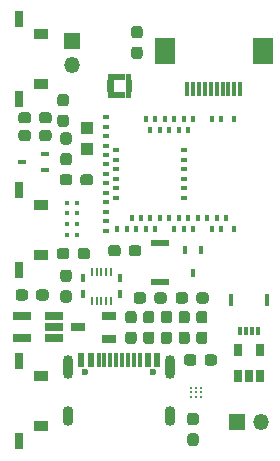
<source format=gbr>
%TF.GenerationSoftware,KiCad,Pcbnew,(5.99.0-2309-gaf729d578)*%
%TF.CreationDate,2020-08-23T06:16:54-04:00*%
%TF.ProjectId,mk2,6d6b322e-6b69-4636-9164-5f7063625858,rev?*%
%TF.SameCoordinates,Original*%
%TF.FileFunction,Soldermask,Top*%
%TF.FilePolarity,Negative*%
%FSLAX46Y46*%
G04 Gerber Fmt 4.6, Leading zero omitted, Abs format (unit mm)*
G04 Created by KiCad (PCBNEW (5.99.0-2309-gaf729d578)) date 2020-08-23 06:16:54*
%MOMM*%
%LPD*%
G01*
G04 APERTURE LIST*
%ADD10C,0.010000*%
%ADD11O,1.350000X1.350000*%
%ADD12R,1.350000X1.350000*%
%ADD13R,0.300000X1.000000*%
%ADD14R,0.300000X0.700000*%
%ADD15R,0.450000X0.655000*%
%ADD16R,0.230000X0.750000*%
%ADD17R,0.420000X0.400000*%
%ADD18C,0.229500*%
%ADD19R,0.300000X1.300000*%
%ADD20R,1.800000X2.200000*%
%ADD21R,0.700000X0.450000*%
%ADD22R,0.600000X1.160000*%
%ADD23C,0.600000*%
%ADD24R,0.300000X1.160000*%
%ADD25O,0.900000X1.700000*%
%ADD26O,0.900000X2.000000*%
%ADD27R,0.800000X1.450000*%
%ADD28R,1.270000X0.900000*%
%ADD29R,0.450000X0.700000*%
%ADD30R,1.100000X1.050000*%
%ADD31R,0.650000X1.060000*%
%ADD32R,1.560000X0.650000*%
%ADD33R,1.500000X0.550000*%
%ADD34R,0.400000X0.600000*%
%ADD35R,0.600000X0.400000*%
%ADD36R,1.220000X0.650000*%
G04 APERTURE END LIST*
%TO.C,U4*%
G36*
X22500000Y-18950000D02*
G01*
X22050000Y-18950000D01*
X22050000Y-18550000D01*
X22500000Y-18550000D01*
X22500000Y-18950000D01*
G37*
D10*
X22500000Y-18950000D02*
X22050000Y-18950000D01*
X22050000Y-18550000D01*
X22500000Y-18550000D01*
X22500000Y-18950000D01*
G36*
X22500000Y-19450000D02*
G01*
X22050000Y-19450000D01*
X22050000Y-19050000D01*
X22500000Y-19050000D01*
X22500000Y-19450000D01*
G37*
X22500000Y-19450000D02*
X22050000Y-19450000D01*
X22050000Y-19050000D01*
X22500000Y-19050000D01*
X22500000Y-19450000D01*
G36*
X20950000Y-18950000D02*
G01*
X20500000Y-18950000D01*
X20500000Y-18550000D01*
X20950000Y-18550000D01*
X20950000Y-18950000D01*
G37*
X20950000Y-18950000D02*
X20500000Y-18950000D01*
X20500000Y-18550000D01*
X20950000Y-18550000D01*
X20950000Y-18950000D01*
G36*
X20950000Y-19450000D02*
G01*
X20500000Y-19450000D01*
X20500000Y-19050000D01*
X20950000Y-19050000D01*
X20950000Y-19450000D01*
G37*
X20950000Y-19450000D02*
X20500000Y-19450000D01*
X20500000Y-19050000D01*
X20950000Y-19050000D01*
X20950000Y-19450000D01*
G36*
X22450000Y-18450000D02*
G01*
X22050000Y-18450000D01*
X22050000Y-18000000D01*
X22450000Y-18000000D01*
X22450000Y-18450000D01*
G37*
X22450000Y-18450000D02*
X22050000Y-18450000D01*
X22050000Y-18000000D01*
X22450000Y-18000000D01*
X22450000Y-18450000D01*
G36*
X21950000Y-18450000D02*
G01*
X21550000Y-18450000D01*
X21550000Y-18000000D01*
X21950000Y-18000000D01*
X21950000Y-18450000D01*
G37*
X21950000Y-18450000D02*
X21550000Y-18450000D01*
X21550000Y-18000000D01*
X21950000Y-18000000D01*
X21950000Y-18450000D01*
G36*
X21450000Y-18450000D02*
G01*
X21050000Y-18450000D01*
X21050000Y-18000000D01*
X21450000Y-18000000D01*
X21450000Y-18450000D01*
G37*
X21450000Y-18450000D02*
X21050000Y-18450000D01*
X21050000Y-18000000D01*
X21450000Y-18000000D01*
X21450000Y-18450000D01*
G36*
X20950000Y-18450000D02*
G01*
X20550000Y-18450000D01*
X20550000Y-18000000D01*
X20950000Y-18000000D01*
X20950000Y-18450000D01*
G37*
X20950000Y-18450000D02*
X20550000Y-18450000D01*
X20550000Y-18000000D01*
X20950000Y-18000000D01*
X20950000Y-18450000D01*
G36*
X22450000Y-20000000D02*
G01*
X22050000Y-20000000D01*
X22050000Y-19550000D01*
X22450000Y-19550000D01*
X22450000Y-20000000D01*
G37*
X22450000Y-20000000D02*
X22050000Y-20000000D01*
X22050000Y-19550000D01*
X22450000Y-19550000D01*
X22450000Y-20000000D01*
G36*
X21950000Y-20000000D02*
G01*
X21550000Y-20000000D01*
X21550000Y-19550000D01*
X21950000Y-19550000D01*
X21950000Y-20000000D01*
G37*
X21950000Y-20000000D02*
X21550000Y-20000000D01*
X21550000Y-19550000D01*
X21950000Y-19550000D01*
X21950000Y-20000000D01*
G36*
X21450000Y-20000000D02*
G01*
X21050000Y-20000000D01*
X21050000Y-19550000D01*
X21450000Y-19550000D01*
X21450000Y-20000000D01*
G37*
X21450000Y-20000000D02*
X21050000Y-20000000D01*
X21050000Y-19550000D01*
X21450000Y-19550000D01*
X21450000Y-20000000D01*
G36*
X20950000Y-20000000D02*
G01*
X20550000Y-20000000D01*
X20550000Y-19550000D01*
X20950000Y-19550000D01*
X20950000Y-20000000D01*
G37*
X20950000Y-20000000D02*
X20550000Y-20000000D01*
X20550000Y-19550000D01*
X20950000Y-19550000D01*
X20950000Y-20000000D01*
%TD*%
D11*
%TO.C,J3*%
X17500000Y-17250000D03*
D12*
X17500000Y-15250000D03*
%TD*%
D11*
%TO.C,BT1*%
X33500000Y-47500000D03*
D12*
X31500000Y-47500000D03*
%TD*%
D13*
%TO.C,J4*%
X30960000Y-37175000D03*
X34040000Y-37175000D03*
D14*
X31750000Y-39825000D03*
X32250000Y-39825000D03*
X32750000Y-39825000D03*
X33250000Y-39825000D03*
%TD*%
%TO.C,R16*%
G36*
G01*
X14025000Y-21512500D02*
X14025000Y-21987500D01*
G75*
G02*
X13787500Y-22225000I-237500J0D01*
G01*
X13212500Y-22225000D01*
G75*
G02*
X12975000Y-21987500I0J237500D01*
G01*
X12975000Y-21512500D01*
G75*
G02*
X13212500Y-21275000I237500J0D01*
G01*
X13787500Y-21275000D01*
G75*
G02*
X14025000Y-21512500I0J-237500D01*
G01*
G37*
G36*
G01*
X15775000Y-21512500D02*
X15775000Y-21987500D01*
G75*
G02*
X15537500Y-22225000I-237500J0D01*
G01*
X14962500Y-22225000D01*
G75*
G02*
X14725000Y-21987500I0J237500D01*
G01*
X14725000Y-21512500D01*
G75*
G02*
X14962500Y-21275000I237500J0D01*
G01*
X15537500Y-21275000D01*
G75*
G02*
X15775000Y-21512500I0J-237500D01*
G01*
G37*
%TD*%
%TO.C,R15*%
G36*
G01*
X14025000Y-23012500D02*
X14025000Y-23487500D01*
G75*
G02*
X13787500Y-23725000I-237500J0D01*
G01*
X13212500Y-23725000D01*
G75*
G02*
X12975000Y-23487500I0J237500D01*
G01*
X12975000Y-23012500D01*
G75*
G02*
X13212500Y-22775000I237500J0D01*
G01*
X13787500Y-22775000D01*
G75*
G02*
X14025000Y-23012500I0J-237500D01*
G01*
G37*
G36*
G01*
X15775000Y-23012500D02*
X15775000Y-23487500D01*
G75*
G02*
X15537500Y-23725000I-237500J0D01*
G01*
X14962500Y-23725000D01*
G75*
G02*
X14725000Y-23487500I0J237500D01*
G01*
X14725000Y-23012500D01*
G75*
G02*
X14962500Y-22775000I237500J0D01*
G01*
X15537500Y-22775000D01*
G75*
G02*
X15775000Y-23012500I0J-237500D01*
G01*
G37*
%TD*%
%TO.C,R14*%
G36*
G01*
X24475000Y-37237500D02*
X24475000Y-36762500D01*
G75*
G02*
X24712500Y-36525000I237500J0D01*
G01*
X25287500Y-36525000D01*
G75*
G02*
X25525000Y-36762500I0J-237500D01*
G01*
X25525000Y-37237500D01*
G75*
G02*
X25287500Y-37475000I-237500J0D01*
G01*
X24712500Y-37475000D01*
G75*
G02*
X24475000Y-37237500I0J237500D01*
G01*
G37*
G36*
G01*
X22725000Y-37237500D02*
X22725000Y-36762500D01*
G75*
G02*
X22962500Y-36525000I237500J0D01*
G01*
X23537500Y-36525000D01*
G75*
G02*
X23775000Y-36762500I0J-237500D01*
G01*
X23775000Y-37237500D01*
G75*
G02*
X23537500Y-37475000I-237500J0D01*
G01*
X22962500Y-37475000D01*
G75*
G02*
X22725000Y-37237500I0J237500D01*
G01*
G37*
%TD*%
%TO.C,R13*%
G36*
G01*
X28026000Y-37237500D02*
X28026000Y-36762500D01*
G75*
G02*
X28263500Y-36525000I237500J0D01*
G01*
X28838500Y-36525000D01*
G75*
G02*
X29076000Y-36762500I0J-237500D01*
G01*
X29076000Y-37237500D01*
G75*
G02*
X28838500Y-37475000I-237500J0D01*
G01*
X28263500Y-37475000D01*
G75*
G02*
X28026000Y-37237500I0J237500D01*
G01*
G37*
G36*
G01*
X26276000Y-37237500D02*
X26276000Y-36762500D01*
G75*
G02*
X26513500Y-36525000I237500J0D01*
G01*
X27088500Y-36525000D01*
G75*
G02*
X27326000Y-36762500I0J-237500D01*
G01*
X27326000Y-37237500D01*
G75*
G02*
X27088500Y-37475000I-237500J0D01*
G01*
X26513500Y-37475000D01*
G75*
G02*
X26276000Y-37237500I0J237500D01*
G01*
G37*
%TD*%
%TO.C,R12*%
G36*
G01*
X27237500Y-39150000D02*
X26762500Y-39150000D01*
G75*
G02*
X26525000Y-38912500I0J237500D01*
G01*
X26525000Y-38337500D01*
G75*
G02*
X26762500Y-38100000I237500J0D01*
G01*
X27237500Y-38100000D01*
G75*
G02*
X27475000Y-38337500I0J-237500D01*
G01*
X27475000Y-38912500D01*
G75*
G02*
X27237500Y-39150000I-237500J0D01*
G01*
G37*
G36*
G01*
X27237500Y-40900000D02*
X26762500Y-40900000D01*
G75*
G02*
X26525000Y-40662500I0J237500D01*
G01*
X26525000Y-40087500D01*
G75*
G02*
X26762500Y-39850000I237500J0D01*
G01*
X27237500Y-39850000D01*
G75*
G02*
X27475000Y-40087500I0J-237500D01*
G01*
X27475000Y-40662500D01*
G75*
G02*
X27237500Y-40900000I-237500J0D01*
G01*
G37*
%TD*%
%TO.C,R11*%
G36*
G01*
X22737500Y-39150000D02*
X22262500Y-39150000D01*
G75*
G02*
X22025000Y-38912500I0J237500D01*
G01*
X22025000Y-38337500D01*
G75*
G02*
X22262500Y-38100000I237500J0D01*
G01*
X22737500Y-38100000D01*
G75*
G02*
X22975000Y-38337500I0J-237500D01*
G01*
X22975000Y-38912500D01*
G75*
G02*
X22737500Y-39150000I-237500J0D01*
G01*
G37*
G36*
G01*
X22737500Y-40900000D02*
X22262500Y-40900000D01*
G75*
G02*
X22025000Y-40662500I0J237500D01*
G01*
X22025000Y-40087500D01*
G75*
G02*
X22262500Y-39850000I237500J0D01*
G01*
X22737500Y-39850000D01*
G75*
G02*
X22975000Y-40087500I0J-237500D01*
G01*
X22975000Y-40662500D01*
G75*
G02*
X22737500Y-40900000I-237500J0D01*
G01*
G37*
%TD*%
%TO.C,R9*%
G36*
G01*
X28262500Y-39850000D02*
X28737500Y-39850000D01*
G75*
G02*
X28975000Y-40087500I0J-237500D01*
G01*
X28975000Y-40662500D01*
G75*
G02*
X28737500Y-40900000I-237500J0D01*
G01*
X28262500Y-40900000D01*
G75*
G02*
X28025000Y-40662500I0J237500D01*
G01*
X28025000Y-40087500D01*
G75*
G02*
X28262500Y-39850000I237500J0D01*
G01*
G37*
G36*
G01*
X28262500Y-38100000D02*
X28737500Y-38100000D01*
G75*
G02*
X28975000Y-38337500I0J-237500D01*
G01*
X28975000Y-38912500D01*
G75*
G02*
X28737500Y-39150000I-237500J0D01*
G01*
X28262500Y-39150000D01*
G75*
G02*
X28025000Y-38912500I0J237500D01*
G01*
X28025000Y-38337500D01*
G75*
G02*
X28262500Y-38100000I237500J0D01*
G01*
G37*
%TD*%
%TO.C,R6*%
G36*
G01*
X22319000Y-33237500D02*
X22319000Y-32762500D01*
G75*
G02*
X22556500Y-32525000I237500J0D01*
G01*
X23131500Y-32525000D01*
G75*
G02*
X23369000Y-32762500I0J-237500D01*
G01*
X23369000Y-33237500D01*
G75*
G02*
X23131500Y-33475000I-237500J0D01*
G01*
X22556500Y-33475000D01*
G75*
G02*
X22319000Y-33237500I0J237500D01*
G01*
G37*
G36*
G01*
X20569000Y-33237500D02*
X20569000Y-32762500D01*
G75*
G02*
X20806500Y-32525000I237500J0D01*
G01*
X21381500Y-32525000D01*
G75*
G02*
X21619000Y-32762500I0J-237500D01*
G01*
X21619000Y-33237500D01*
G75*
G02*
X21381500Y-33475000I-237500J0D01*
G01*
X20806500Y-33475000D01*
G75*
G02*
X20569000Y-33237500I0J237500D01*
G01*
G37*
%TD*%
%TO.C,R4*%
G36*
G01*
X25262500Y-39850000D02*
X25737500Y-39850000D01*
G75*
G02*
X25975000Y-40087500I0J-237500D01*
G01*
X25975000Y-40662500D01*
G75*
G02*
X25737500Y-40900000I-237500J0D01*
G01*
X25262500Y-40900000D01*
G75*
G02*
X25025000Y-40662500I0J237500D01*
G01*
X25025000Y-40087500D01*
G75*
G02*
X25262500Y-39850000I237500J0D01*
G01*
G37*
G36*
G01*
X25262500Y-38100000D02*
X25737500Y-38100000D01*
G75*
G02*
X25975000Y-38337500I0J-237500D01*
G01*
X25975000Y-38912500D01*
G75*
G02*
X25737500Y-39150000I-237500J0D01*
G01*
X25262500Y-39150000D01*
G75*
G02*
X25025000Y-38912500I0J237500D01*
G01*
X25025000Y-38337500D01*
G75*
G02*
X25262500Y-38100000I237500J0D01*
G01*
G37*
%TD*%
%TO.C,R3*%
G36*
G01*
X23762500Y-39850000D02*
X24237500Y-39850000D01*
G75*
G02*
X24475000Y-40087500I0J-237500D01*
G01*
X24475000Y-40662500D01*
G75*
G02*
X24237500Y-40900000I-237500J0D01*
G01*
X23762500Y-40900000D01*
G75*
G02*
X23525000Y-40662500I0J237500D01*
G01*
X23525000Y-40087500D01*
G75*
G02*
X23762500Y-39850000I237500J0D01*
G01*
G37*
G36*
G01*
X23762500Y-38100000D02*
X24237500Y-38100000D01*
G75*
G02*
X24475000Y-38337500I0J-237500D01*
G01*
X24475000Y-38912500D01*
G75*
G02*
X24237500Y-39150000I-237500J0D01*
G01*
X23762500Y-39150000D01*
G75*
G02*
X23525000Y-38912500I0J237500D01*
G01*
X23525000Y-38337500D01*
G75*
G02*
X23762500Y-38100000I237500J0D01*
G01*
G37*
%TD*%
%TO.C,C20*%
G36*
G01*
X28025000Y-42012500D02*
X28025000Y-42487500D01*
G75*
G02*
X27787500Y-42725000I-237500J0D01*
G01*
X27212500Y-42725000D01*
G75*
G02*
X26975000Y-42487500I0J237500D01*
G01*
X26975000Y-42012500D01*
G75*
G02*
X27212500Y-41775000I237500J0D01*
G01*
X27787500Y-41775000D01*
G75*
G02*
X28025000Y-42012500I0J-237500D01*
G01*
G37*
G36*
G01*
X29775000Y-42012500D02*
X29775000Y-42487500D01*
G75*
G02*
X29537500Y-42725000I-237500J0D01*
G01*
X28962500Y-42725000D01*
G75*
G02*
X28725000Y-42487500I0J237500D01*
G01*
X28725000Y-42012500D01*
G75*
G02*
X28962500Y-41775000I237500J0D01*
G01*
X29537500Y-41775000D01*
G75*
G02*
X29775000Y-42012500I0J-237500D01*
G01*
G37*
%TD*%
%TO.C,C10*%
G36*
G01*
X27987500Y-47775000D02*
X27512500Y-47775000D01*
G75*
G02*
X27275000Y-47537500I0J237500D01*
G01*
X27275000Y-46962500D01*
G75*
G02*
X27512500Y-46725000I237500J0D01*
G01*
X27987500Y-46725000D01*
G75*
G02*
X28225000Y-46962500I0J-237500D01*
G01*
X28225000Y-47537500D01*
G75*
G02*
X27987500Y-47775000I-237500J0D01*
G01*
G37*
G36*
G01*
X27987500Y-49525000D02*
X27512500Y-49525000D01*
G75*
G02*
X27275000Y-49287500I0J237500D01*
G01*
X27275000Y-48712500D01*
G75*
G02*
X27512500Y-48475000I237500J0D01*
G01*
X27987500Y-48475000D01*
G75*
G02*
X28225000Y-48712500I0J-237500D01*
G01*
X28225000Y-49287500D01*
G75*
G02*
X27987500Y-49525000I-237500J0D01*
G01*
G37*
%TD*%
%TO.C,C9*%
G36*
G01*
X23237500Y-15025000D02*
X22762500Y-15025000D01*
G75*
G02*
X22525000Y-14787500I0J237500D01*
G01*
X22525000Y-14212500D01*
G75*
G02*
X22762500Y-13975000I237500J0D01*
G01*
X23237500Y-13975000D01*
G75*
G02*
X23475000Y-14212500I0J-237500D01*
G01*
X23475000Y-14787500D01*
G75*
G02*
X23237500Y-15025000I-237500J0D01*
G01*
G37*
G36*
G01*
X23237500Y-16775000D02*
X22762500Y-16775000D01*
G75*
G02*
X22525000Y-16537500I0J237500D01*
G01*
X22525000Y-15962500D01*
G75*
G02*
X22762500Y-15725000I237500J0D01*
G01*
X23237500Y-15725000D01*
G75*
G02*
X23475000Y-15962500I0J-237500D01*
G01*
X23475000Y-16537500D01*
G75*
G02*
X23237500Y-16775000I-237500J0D01*
G01*
G37*
%TD*%
%TO.C,C7*%
G36*
G01*
X17975000Y-33487500D02*
X17975000Y-33012500D01*
G75*
G02*
X18212500Y-32775000I237500J0D01*
G01*
X18787500Y-32775000D01*
G75*
G02*
X19025000Y-33012500I0J-237500D01*
G01*
X19025000Y-33487500D01*
G75*
G02*
X18787500Y-33725000I-237500J0D01*
G01*
X18212500Y-33725000D01*
G75*
G02*
X17975000Y-33487500I0J237500D01*
G01*
G37*
G36*
G01*
X16225000Y-33487500D02*
X16225000Y-33012500D01*
G75*
G02*
X16462500Y-32775000I237500J0D01*
G01*
X17037500Y-32775000D01*
G75*
G02*
X17275000Y-33012500I0J-237500D01*
G01*
X17275000Y-33487500D01*
G75*
G02*
X17037500Y-33725000I-237500J0D01*
G01*
X16462500Y-33725000D01*
G75*
G02*
X16225000Y-33487500I0J237500D01*
G01*
G37*
%TD*%
%TO.C,C4*%
G36*
G01*
X16762500Y-36350000D02*
X17237500Y-36350000D01*
G75*
G02*
X17475000Y-36587500I0J-237500D01*
G01*
X17475000Y-37162500D01*
G75*
G02*
X17237500Y-37400000I-237500J0D01*
G01*
X16762500Y-37400000D01*
G75*
G02*
X16525000Y-37162500I0J237500D01*
G01*
X16525000Y-36587500D01*
G75*
G02*
X16762500Y-36350000I237500J0D01*
G01*
G37*
G36*
G01*
X16762500Y-34600000D02*
X17237500Y-34600000D01*
G75*
G02*
X17475000Y-34837500I0J-237500D01*
G01*
X17475000Y-35412500D01*
G75*
G02*
X17237500Y-35650000I-237500J0D01*
G01*
X16762500Y-35650000D01*
G75*
G02*
X16525000Y-35412500I0J237500D01*
G01*
X16525000Y-34837500D01*
G75*
G02*
X16762500Y-34600000I237500J0D01*
G01*
G37*
%TD*%
%TO.C,C3*%
G36*
G01*
X17525000Y-26762500D02*
X17525000Y-27237500D01*
G75*
G02*
X17287500Y-27475000I-237500J0D01*
G01*
X16712500Y-27475000D01*
G75*
G02*
X16475000Y-27237500I0J237500D01*
G01*
X16475000Y-26762500D01*
G75*
G02*
X16712500Y-26525000I237500J0D01*
G01*
X17287500Y-26525000D01*
G75*
G02*
X17525000Y-26762500I0J-237500D01*
G01*
G37*
G36*
G01*
X19275000Y-26762500D02*
X19275000Y-27237500D01*
G75*
G02*
X19037500Y-27475000I-237500J0D01*
G01*
X18462500Y-27475000D01*
G75*
G02*
X18225000Y-27237500I0J237500D01*
G01*
X18225000Y-26762500D01*
G75*
G02*
X18462500Y-26525000I237500J0D01*
G01*
X19037500Y-26525000D01*
G75*
G02*
X19275000Y-26762500I0J-237500D01*
G01*
G37*
%TD*%
%TO.C,C2*%
G36*
G01*
X16762500Y-24725000D02*
X17237500Y-24725000D01*
G75*
G02*
X17475000Y-24962500I0J-237500D01*
G01*
X17475000Y-25537500D01*
G75*
G02*
X17237500Y-25775000I-237500J0D01*
G01*
X16762500Y-25775000D01*
G75*
G02*
X16525000Y-25537500I0J237500D01*
G01*
X16525000Y-24962500D01*
G75*
G02*
X16762500Y-24725000I237500J0D01*
G01*
G37*
G36*
G01*
X16762500Y-22975000D02*
X17237500Y-22975000D01*
G75*
G02*
X17475000Y-23212500I0J-237500D01*
G01*
X17475000Y-23787500D01*
G75*
G02*
X17237500Y-24025000I-237500J0D01*
G01*
X16762500Y-24025000D01*
G75*
G02*
X16525000Y-23787500I0J237500D01*
G01*
X16525000Y-23212500D01*
G75*
G02*
X16762500Y-22975000I237500J0D01*
G01*
G37*
%TD*%
%TO.C,C1*%
G36*
G01*
X16512500Y-21475000D02*
X16987500Y-21475000D01*
G75*
G02*
X17225000Y-21712500I0J-237500D01*
G01*
X17225000Y-22287500D01*
G75*
G02*
X16987500Y-22525000I-237500J0D01*
G01*
X16512500Y-22525000D01*
G75*
G02*
X16275000Y-22287500I0J237500D01*
G01*
X16275000Y-21712500D01*
G75*
G02*
X16512500Y-21475000I237500J0D01*
G01*
G37*
G36*
G01*
X16512500Y-19725000D02*
X16987500Y-19725000D01*
G75*
G02*
X17225000Y-19962500I0J-237500D01*
G01*
X17225000Y-20537500D01*
G75*
G02*
X16987500Y-20775000I-237500J0D01*
G01*
X16512500Y-20775000D01*
G75*
G02*
X16275000Y-20537500I0J237500D01*
G01*
X16275000Y-19962500D01*
G75*
G02*
X16512500Y-19725000I237500J0D01*
G01*
G37*
%TD*%
D15*
%TO.C,P1*%
X18400000Y-36702500D03*
X18400000Y-35297500D03*
X21600000Y-35297500D03*
X21600000Y-36702500D03*
D16*
X19200000Y-37225000D03*
X20800000Y-37225000D03*
X19600000Y-37225000D03*
X20400000Y-37225000D03*
X20000000Y-37225000D03*
X19200000Y-34775000D03*
X20800000Y-34775000D03*
X19600000Y-34775000D03*
X20400000Y-34775000D03*
X20000000Y-34775000D03*
%TD*%
D17*
%TO.C,IC2*%
X17950000Y-28950000D03*
X17950000Y-29850000D03*
X17950000Y-30750000D03*
X17950000Y-31650000D03*
X17050000Y-28950000D03*
X17050000Y-29850000D03*
X17050000Y-30750000D03*
X17050000Y-31650000D03*
%TD*%
D18*
%TO.C,U6*%
X28400000Y-45400000D03*
X28000000Y-45400000D03*
X27600000Y-45400000D03*
X28400000Y-45000000D03*
X28000000Y-45000000D03*
X27600000Y-45000000D03*
X28400000Y-44600000D03*
X28000000Y-44600000D03*
X27600000Y-44600000D03*
%TD*%
D19*
%TO.C,J1*%
X27250000Y-19350000D03*
X27750000Y-19350000D03*
X28250000Y-19350000D03*
X28750000Y-19350000D03*
X29250000Y-19350000D03*
X29750000Y-19350000D03*
X30250000Y-19350000D03*
X30750000Y-19350000D03*
X31250000Y-19350000D03*
X31750000Y-19350000D03*
D20*
X33650000Y-16100000D03*
X25350000Y-16100000D03*
%TD*%
D21*
%TO.C,Q4*%
X13250000Y-25500000D03*
X15250000Y-24850000D03*
X15250000Y-26150000D03*
%TD*%
D22*
%TO.C,J2*%
X24700000Y-42240000D03*
X23900000Y-42240000D03*
X18300000Y-42240000D03*
X19100000Y-42240000D03*
D23*
X18610000Y-43300000D03*
X24390000Y-43300000D03*
D24*
X23250000Y-42240000D03*
X22250000Y-42240000D03*
X22750000Y-42240000D03*
X20250000Y-42240000D03*
X19750000Y-42240000D03*
X21750000Y-42240000D03*
X21250000Y-42240000D03*
X20750000Y-42240000D03*
D25*
X25820000Y-46990000D03*
X17180000Y-46990000D03*
D26*
X25820000Y-42820000D03*
X17180000Y-42820000D03*
%TD*%
D27*
%TO.C,SW4*%
X13000000Y-49125000D03*
X13000000Y-42375000D03*
D28*
X14885000Y-47850000D03*
X14885000Y-43650000D03*
%TD*%
D27*
%TO.C,SW2*%
X13000000Y-20125000D03*
X13000000Y-13375000D03*
D28*
X14885000Y-18850000D03*
X14885000Y-14650000D03*
%TD*%
D27*
%TO.C,SW1*%
X13000000Y-34625000D03*
X13000000Y-27875000D03*
D28*
X14885000Y-33350000D03*
X14885000Y-29150000D03*
%TD*%
D29*
%TO.C,Q3*%
X27750000Y-34909000D03*
X27100000Y-32909000D03*
X28400000Y-32909000D03*
%TD*%
D30*
%TO.C,Y1*%
X18750000Y-22575000D03*
X18750000Y-24425000D03*
%TD*%
D31*
%TO.C,U3*%
X31550000Y-41400000D03*
X33450000Y-41400000D03*
X33450000Y-43600000D03*
X32500000Y-43600000D03*
X31550000Y-43600000D03*
%TD*%
D32*
%TO.C,U2*%
X13250000Y-40400000D03*
X13250000Y-38500000D03*
X15950000Y-38500000D03*
X15950000Y-39450000D03*
X15950000Y-40400000D03*
%TD*%
D33*
%TO.C,SW_RESET1*%
X24956000Y-35625000D03*
X24956000Y-32375000D03*
%TD*%
%TO.C,L1*%
G36*
G01*
X13775000Y-36512500D02*
X13775000Y-36987500D01*
G75*
G02*
X13537500Y-37225000I-237500J0D01*
G01*
X12962500Y-37225000D01*
G75*
G02*
X12725000Y-36987500I0J237500D01*
G01*
X12725000Y-36512500D01*
G75*
G02*
X12962500Y-36275000I237500J0D01*
G01*
X13537500Y-36275000D01*
G75*
G02*
X13775000Y-36512500I0J-237500D01*
G01*
G37*
G36*
G01*
X15525000Y-36512500D02*
X15525000Y-36987500D01*
G75*
G02*
X15287500Y-37225000I-237500J0D01*
G01*
X14712500Y-37225000D01*
G75*
G02*
X14475000Y-36987500I0J237500D01*
G01*
X14475000Y-36512500D01*
G75*
G02*
X14712500Y-36275000I237500J0D01*
G01*
X15287500Y-36275000D01*
G75*
G02*
X15525000Y-36512500I0J-237500D01*
G01*
G37*
%TD*%
D34*
%TO.C,IC1*%
X31250000Y-21850000D03*
X30150000Y-21850000D03*
X29350000Y-21850000D03*
X27750000Y-21850000D03*
X27350000Y-22750000D03*
X26950000Y-21850000D03*
X26550000Y-22750000D03*
X26150000Y-21850000D03*
X25750000Y-22750000D03*
X25350000Y-21850000D03*
X24950000Y-22750000D03*
X24550000Y-21850000D03*
X24150000Y-22750000D03*
X23750000Y-21850000D03*
D35*
X20350000Y-21700000D03*
X20350000Y-22500000D03*
X20350000Y-23300000D03*
X20350000Y-24100000D03*
X21250000Y-24500000D03*
X20350000Y-24900000D03*
X21250000Y-25300000D03*
X20350000Y-25700000D03*
X21250000Y-26100000D03*
X20350000Y-26500000D03*
X21250000Y-26900000D03*
X20350000Y-27300000D03*
X21250000Y-27700000D03*
X20350000Y-28100000D03*
X21250000Y-28500000D03*
X20350000Y-28900000D03*
X20350000Y-29700000D03*
X20350000Y-30500000D03*
X20350000Y-31300000D03*
D34*
X21350000Y-31150000D03*
X22150000Y-31150000D03*
X22550000Y-30250000D03*
X22950000Y-31150000D03*
X23350000Y-30250000D03*
X23750000Y-31150000D03*
X24150000Y-30250000D03*
X24550000Y-31150000D03*
X24950000Y-30250000D03*
X25750000Y-30250000D03*
X26150000Y-31150000D03*
X26550000Y-30250000D03*
X26950000Y-31150000D03*
X27350000Y-30250000D03*
X27750000Y-31150000D03*
X28150000Y-30250000D03*
X28950000Y-30250000D03*
X29350000Y-31150000D03*
X29750000Y-30250000D03*
X30150000Y-31150000D03*
X30550000Y-30250000D03*
X31250000Y-31150000D03*
D35*
X26950000Y-24500000D03*
X26950000Y-25300000D03*
X26950000Y-26100000D03*
X26950000Y-26900000D03*
X26950000Y-27700000D03*
X26950000Y-28500000D03*
%TD*%
D36*
%TO.C,D1*%
X18000000Y-39500000D03*
X20620000Y-38550000D03*
X20620000Y-40450000D03*
%TD*%
M02*

</source>
